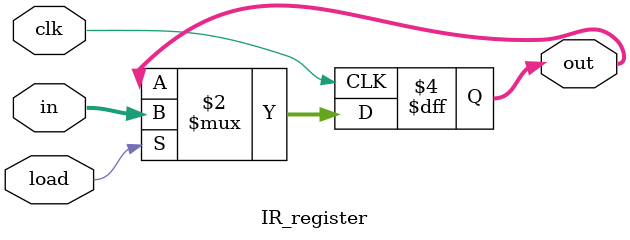
<source format=v>
`timescale 1 ns / 1 ns
module IR_register(in , out , load , clk);
    input [31:0] in ;
    input load , clk;
    output reg [31:0] out;

    always @(posedge clk)begin
        if(load)begin
            out <= in;
        end
    end
endmodule
</source>
